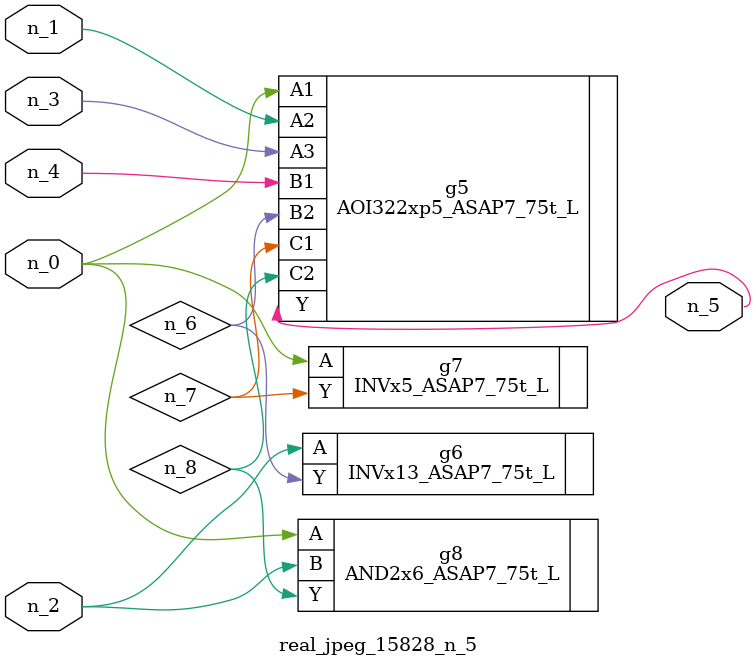
<source format=v>
module real_jpeg_15828_n_5 (n_4, n_0, n_1, n_2, n_3, n_5);

input n_4;
input n_0;
input n_1;
input n_2;
input n_3;

output n_5;

wire n_8;
wire n_6;
wire n_7;

AOI322xp5_ASAP7_75t_L g5 ( 
.A1(n_0),
.A2(n_1),
.A3(n_3),
.B1(n_4),
.B2(n_6),
.C1(n_7),
.C2(n_8),
.Y(n_5)
);

INVx5_ASAP7_75t_L g7 ( 
.A(n_0),
.Y(n_7)
);

AND2x6_ASAP7_75t_L g8 ( 
.A(n_0),
.B(n_2),
.Y(n_8)
);

INVx13_ASAP7_75t_L g6 ( 
.A(n_2),
.Y(n_6)
);


endmodule
</source>
